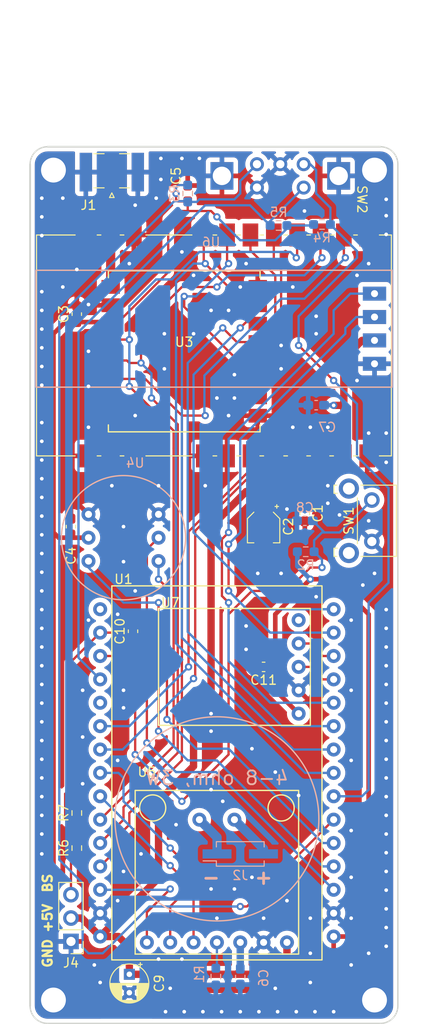
<source format=kicad_pcb>
(kicad_pcb (version 20211014) (generator pcbnew)
  (layers (0 "F.Cu" signal) (31 "B.Cu" signal) (34 "B.Paste" user) (35 "F.Paste" user) (36 "B.SilkS" user "B.Silkscreen") (37 "F.SilkS" user "F.Silkscreen") (38 "B.Mask" user) (39 "F.Mask" user) (44 "Edge.Cuts" user))
  (net 0 "")
  (net 1 "GND")
  (net 2 "RXEN")
  (net 3 "TXEN")
  (net 4 "NRST")
  (net 5 "BUSY")
  (net 6 "DIO1")
  (net 7 "NSS")
  (net 8 "SCK")
  (net 9 "MISO")
  (net 10 "MOSI")
  (net 11 "3v3")
  (net 12 "GPIO13")
  (net 13 "GPIO26")
  (net 14 "GPIO25")
  (net 16 "GPIO34")
  (net 17 "GPIO39")
  (net 18 "GPIO36")
  (net 20 "GPIO15")
  (net 21 "GPIO4")
  (net 22 "GPIO16")
  (net 23 "GPIO17")
  (net 24 "GPIO21")
  (net 25 "GPIO3")
  (net 26 "GPIO1")
  (net 27 "GPIO22")
  (net 33 "5V")
  (net 34 "ANT")
  (net 35 "GPIO2")
  (net 36 "Net-(R1-Pad1)")
  (net 37 "Net-(J4-Pad3)")
  (net 39 "Net-(U5-Pad9)")
  (net 40 "Net-(U5-Pad8)")
  (footprint "Capacitor_SMD:CP_Elec_3x5.3" (layer "F.Cu") (at 99.06 84.455 -90)
    (fp_text reference "C2")
    (fp_text value "100uF")
  )
  (footprint "Capacitor_SMD:C_0603_1608Metric_Pad1.08x0.95mm_HandSolder" (layer "F.Cu") (at 103.545 83.02 -90)
    (fp_text reference "C1")
    (fp_text value "100nF")
  )
  (footprint "RF_Module:Ai-Thinker-Ra-01-LoRa" (layer "F.Cu") (at 90.424 65.405)
    (fp_text reference "U3")
    (fp_text value "RA-01")
  )
  (footprint "Capacitor_SMD:C_0603_1608Metric_Pad1.08x0.95mm_HandSolder" (layer "F.Cu") (at 78.74 61.3675 90)
    (fp_text reference "C3")
    (fp_text value "100nF")
  )
  (footprint "lora_tracker:E22-400M30S" (layer "F.Cu") (at 93.658501 64.77 90)
    (fp_text reference "U2")
    (fp_text value "E22-400M30S" hide)
  )
  (footprint "Capacitor_THT:CP_Radial_D4.0mm_P2.00mm" (layer "F.Cu") (at 84.455 133.094604 -90)
    (fp_text reference "C9")
    (fp_text value "47uF")
  )
  (footprint "Button_Switch_THT:SW_Tactile_SKHH_Angled" (layer "F.Cu") (at 110.835 81.57 -90)
    (fp_text reference "SW1")
    (fp_text value "SW_Push")
  )
  (footprint "lora_tracker:MAX98357A" (layer "F.Cu") (at 93.98 109.3075)
    (fp_text reference "U5")
    (fp_text value "MAX98357A")
  )
  (footprint "Capacitor_SMD:C_0603_1608Metric_Pad1.08x0.95mm_HandSolder" (layer "F.Cu") (at 90.805 48.26 90)
    (fp_text reference "C5")
    (fp_text value "100nF")
  )
  (footprint "lora_tracker:ec11" (layer "F.Cu") (at 109.7675 46.3475 -90)
    (fp_text reference "SW2")
    (fp_text value "EC11")
  )
  (footprint "Capacitor_SMD:C_0603_1608Metric_Pad1.08x0.95mm_HandSolder" (layer "F.Cu") (at 78.105 84.455 90)
    (fp_text reference "C4")
    (fp_text value "100nF")
  )
  (footprint "Capacitor_SMD:C_0603_1608Metric_Pad1.08x0.95mm_HandSolder" (layer "F.Cu") (at 84.855 95.8225 90)
    (fp_text reference "C10")
    (fp_text value "100nF")
  )
  (footprint "Resistor_SMD:R_0603_1608Metric_Pad0.98x0.95mm_HandSolder" (layer "F.Cu") (at 78.74 119.38 90)
    (fp_text reference "R6")
    (fp_text value "10k")
  )
  (footprint "lora_tracker:esp32-devkit-wide_30pin" (layer "F.Cu") (at 96.52 90.8925)
    (fp_text reference "U1")
    (fp_text value "ESP32")
  )
  (footprint "Connector_Wire:SolderWirePad_1x01_SMD_1x2mm" (layer "F.Cu") (at 112.395 71.12)
    (fp_text reference "REF**" hide)
    (fp_text value "SolderWirePad_1x01_SMD_1x2mm" hide)
  )
  (footprint "Connector_PinHeader_2.54mm:PinHeader_1x03_P2.54mm_Vertical" (layer "F.Cu") (at 78.105 129.525 180)
    (fp_text reference "J4")
    (fp_text value "Conn_01x03_Female")
  )
  (footprint "Resistor_SMD:R_0603_1608Metric_Pad0.98x0.95mm_HandSolder" (layer "F.Cu") (at 78.74 115.57 90)
    (fp_text reference "R7")
    (fp_text value "10k")
  )
  (footprint "" (layer "F.Cu") (at 112.395 55.245)
    (fp_text reference "")
    (fp_text value "")
  )
  (footprint "" (layer "F.Cu") (at 74.93 71.12)
    (fp_text reference "")
    (fp_text value "")
  )
  (footprint "Connector_Coaxial:SMA_Samtec_SMA-J-P-X-ST-EM1_EdgeMount" (layer "F.Cu") (at 82.55 45.9375 180)
    (fp_text reference "J1")
    (fp_text value "ANT")
  )
  (footprint "Capacitor_SMD:C_0603_1608Metric_Pad1.08x0.95mm_HandSolder" (layer "F.Cu") (at 99.06 99.695 180)
    (fp_text reference "C11")
    (fp_text value "100nF")
  )
  (footprint "Connector_Wire:SolderWirePad_1x01_SMD_1x2mm" (layer "F.Cu") (at 74.93 55.245)
    (fp_text reference "REF**" hide)
    (fp_text value "SolderWirePad_1x01_SMD_1x2mm" hide)
  )
  (footprint "lora_tracker:ATGM336H" (layer "F.Cu") (at 97.79 89.535)
    (fp_text reference "U7")
    (fp_text value "ATGM336H")
  )
  (footprint "Capacitor_SMD:C_0603_1608Metric_Pad1.08x0.95mm_HandSolder" (layer "B.Cu") (at 96.52 133.35 -90)
    (fp_text reference "C6")
    (fp_text value "100nF")
  )
  (footprint "lora_tracker:SSD1306" (layer "B.Cu") (at 93.345 54.0625 180)
    (fp_text reference "U6")
    (fp_text value "SSD1306")
  )
  (footprint "Resistor_SMD:R_0603_1608Metric_Pad0.98x0.95mm_HandSolder" (layer "B.Cu") (at 93.865 133.35 -90)
    (fp_text reference "R1")
    (fp_text value "100k")
  )
  (footprint "Resistor_SMD:R_0603_1608Metric_Pad0.98x0.95mm_HandSolder" (layer "B.Cu") (at 103.6425 87.185)
    (fp_text reference "R2")
    (fp_text value "1k")
  )
  (footprint "Capacitor_SMD:C_0603_1608Metric_Pad1.08x0.95mm_HandSolder" (layer "B.Cu") (at 104.775 71.26 180)
    (fp_text reference "C7")
    (fp_text value "100nF")
  )
  (footprint "lora_tracker:inp441" (layer "B.Cu") (at 85.09 78.038423 180)
    (fp_text reference "U4")
    (fp_text value "INP441")
  )
  (footprint "Capacitor_SMD:C_0603_1608Metric_Pad1.08x0.95mm_HandSolder" (layer "B.Cu") (at 103.548767 83.82 180)
    (fp_text reference "C8")
    (fp_text value "0.1uF")
  )
  (footprint "Connector_PinHeader_2.54mm:PinHeader_2x01_P2.54mm_Vertical_SMD" (layer "B.Cu") (at 96.52 120.015)
    (fp_text reference "J2")
    (fp_text value "Conn_01x02")
  )
  (footprint "Resistor_SMD:R_0603_1608Metric_Pad0.98x0.95mm_HandSolder" (layer "B.Cu") (at 100.6875 51.735 180)
    (fp_text reference "R5")
    (fp_text value "10k")
  )
  (footprint "Resistor_SMD:R_0603_1608Metric_Pad0.98x0.95mm_HandSolder" (layer "B.Cu") (at 105.41 51.625)
    (fp_text reference "R4")
    (fp_text value "10k")
  )
  (footprint "Resistor_SMD:R_0603_1608Metric_Pad0.98x0.95mm_HandSolder" (layer "B.Cu") (at 90.805 48.26 -90)
    (fp_text reference "R3")
    (fp_text value "10k")
  )
  (gr_circle (center 93.98 116.205) (end 104.775 113.665) (layer "B.SilkS") (width 0.15) (fill none))
  (gr_line (start 73.66 136.525) (end 73.66 45.085) (layer "Edge.Cuts") (width 0.2))
  (gr_arc (start 75.565 138.43) (mid 74.217962 137.872038) (end 73.66 136.525) (layer "Edge.Cuts") (width 0.15))
  (gr_line (start 75.565 43.18) (end 111.76 43.18) (layer "Edge.Cuts") (width 0.2))
  (gr_arc (start 113.665 136.525) (mid 113.107038 137.872038) (end 111.76 138.43) (layer "Edge.Cuts") (width 0.15))
  (gr_arc (start 73.66 45.085) (mid 74.217962 43.737962) (end 75.565 43.18) (layer "Edge.Cuts") (width 0.15))
  (gr_line (start 113.665 45.085) (end 113.665 136.525) (layer "Edge.Cuts") (width 0.15))
  (gr_arc (start 111.76 43.18) (mid 113.107038 43.737962) (end 113.665 45.085) (layer "Edge.Cuts") (width 0.15))
  (gr_line (start 111.76 138.43) (end 75.565 138.43) (layer "Edge.Cuts") (width 0.15))
  (gr_text "+" (at 99.06 122.555) (layer "B.SilkS") (effects (font (size 1.5 1.5) (thickness 0.3)) (justify mirror)))
  (gr_text "-" (at 93.345 122.555) (layer "B.SilkS") (effects (font (size 1.5 1.5) (thickness 0.3)) (justify mirror)))
  (gr_text "4-8 ohm, 3W" (at 93.98 111.76) (layer "B.SilkS") (effects (font (size 1.5 1.5) (thickness 0.2)) (justify mirror)))
  (gr_text "+5V" (at 75.565 127 90) (layer "F.SilkS") (effects (font (size 1 1) (thickness 0.25))))
  (gr_text "BS" (at 75.565 123.19 90) (layer "F.SilkS") (effects (font (size 1 1) (thickness 0.25))))
  (gr_text "GND" (at 75.565 130.81 90) (layer "F.SilkS") (effects (font (size 1 1) (thickness 0.25))))
  (segment (start 94.2575 46.1325) (end 94.2575 46.0775) (width 0.25) (layer "F.Cu") (net 1))
  (via (at 97.155 97.79) (size 0.8) (drill 0.4) (layers "F.Cu" "B.Cu") (net 1))
  (via (at 96.52 137.16) (size 0.8) (drill 0.4) (layers "F.Cu" "B.Cu") (net 1))
  (via (at 95.885 70.485) (size 0.8) (drill 0.4) (layers "F.Cu" "B.Cu") (net 1))
  (via (at 112.395 50.673) (size 0.8) (drill 0.4) (layers "F.Cu" "B.Cu") (net 1))
  (via (at 74.93 77.216) (size 0.8) (drill 0.4) (layers "F.Cu" "B.Cu") (net 1))
  (via (at 93.345 60.96) (size 0.8) (drill 0.4) (layers "F.Cu" "B.Cu") (net 1))
  (via (at 90.17 44.45) (size 0.8) (drill 0.4) (layers "F.Cu" "B.Cu") (net 1))
  (via (at 93.345 123.825) (size 0.8) (drill 0.4) (layers "F.Cu" "B.Cu") (net 1))
  (via (at 74.93 120.015) (size 0.8) (drill 0.4) (layers "F.Cu" "B.Cu") (net 1))
  (via (at 111.125 135.89) (size 4) (drill 2.7) (layers "F.Cu" "B.Cu") (net 1))
  (via (at 88.265 63.5) (size 0.8) (drill 0.4) (layers "F.Cu" "B.Cu") (net 1))
  (via (at 74.93 81.28) (size 0.8) (drill 0.4) (layers "F.Cu" "B.Cu") (net 1))
  (via (at 91.44 63.5) (size 0.8) (drill 0.4) (layers "F.Cu" "B.Cu") (net 1))
  (via (at 112.395 77.47) (size 0.8) (drill 0.4) (layers "F.Cu" "B.Cu") (net 1))
  (via (at 103.505 50.165) (size 0.8) (drill 0.4) (layers "F.Cu" "B.Cu") (net 1))
  (via (at 104.775 63.5) (size 0.8) (drill 0.4) (layers "F.Cu" "B.Cu") (net 1))
  (via (at 98.425 89.535) (size 0.8) (drill 0.4) (layers "F.Cu" "B.Cu") (net 1))
  (via (at 93.98 70.485) (size 0.8) (drill 0.4) (layers "F.Cu" "B.Cu") (net 1))
  (via (at 80.01 60.325) (size 0.8) (drill 0.4) (layers "F.Cu" "B.Cu") (net 1))
  (via (at 80.01 73.66) (size 0.8) (drill 0.4) (layers "F.Cu" "B.Cu") (net 1))
  (via (at 74.93 73.152) (size 0.8) (drill 0.4) (layers "F.Cu" "B.Cu") (net 1))
  (via (at 74.93 97.536) (size 0.8) (drill 0.4) (layers "F.Cu" "B.Cu") (net 1))
  (via (at 112.395 109.728) (size 0.8) (drill 0.4) (layers "F.Cu" "B.Cu") (net 1))
  (via (at 112.395 123.952) (size 0.8) (drill 0.4) (layers "F.Cu" "B.Cu") (net 1))
  (via (at 88.265 67.31) (size 0.8) (drill 0.4) (layers "F.Cu" "B.Cu") (net 1))
  (via (at 100.965 67.31) (size 0.8) (drill 0.4) (layers "F.Cu" "B.Cu") (net 1))
  (via (at 108.585 94.615) (size 0.8) (drill 0.4) (layers "F.Cu" "B.Cu") (net 1))
  (via (at 112.395 111.76) (size 0.8) (drill 0.4) (layers "F.Cu" "B.Cu") (net 1))
  (via (at 74.93 85.344) (size 0.8) (drill 0.4) (layers "F.Cu" "B.Cu") (net 1))
  (via (at 74.93 91.44) (size 0.8) (drill 0.4) (layers "F.Cu" "B.Cu") (net 1))
  (via (at 97.155 55.88) (size 0.8) (drill 0.4) (layers "F.Cu" "B.Cu") (net 1))
  (via (at 74.93 65.024) (size 0.8) (drill 0.4) (layers "F.Cu" "B.Cu") (net 1))
  (via (at 74.93 103.632) (size 0.8) (drill 0.4) (layers "F.Cu" "B.Cu") (net 1))
  (via (at 83.185 93.98) (size 0.8) (drill 0.4) (layers "F.Cu" "B.Cu") (net 1))
  (via (at 97.155 95.25) (size 0.8) (drill 0.4) (layers "F.Cu" "B.Cu") (net 1))
  (via (at 74.93 111.76) (size 0.8) (drill 0.4) (layers "F.Cu" "B.Cu") (net 1))
  (via (at 74.93 109.728) (size 0.8) (drill 0.4) (layers "F.Cu" "B.Cu") (net 1))
  (via (at 104.14 130.81) (size 0.8) (drill 0.4) (layers "F.Cu" "B.Cu") (net 1))
  (via (at 101.6 125.095) (size 0.8) (drill 0.4) (layers "F.Cu" "B.Cu") (net 1))
  (via (at 108.585 109.855) (size 0.8) (drill 0.4) (layers "F.Cu" "B.Cu") (net 1))
  (via (at 82.55 80.01) (size 0.8) (drill 0.4) (layers "F.Cu" "B.Cu") (net 1))
  (via (at 83.185 125.095) (size 0.8) (drill 0.4) (layers "F.Cu" "B.Cu") (net 1))
  (via (at 112.395 48.895) (size 0.8) (drill 0.4) (layers "F.Cu" "B.Cu") (net 1))
  (via (at 80.01 69.215) (size 0.8) (drill 0.4) (layers "F.Cu" "B.Cu") (net 1))
  (via (at 87.884 46.736) (size 0.8) (drill 0.4) (layers "F.Cu" "B.Cu") (net 1))
  (via (at 77.216 58.42) (size 0.8) (drill 0.4) (layers "F.Cu" "B.Cu") (net 1))
  (via (at 88.392 137.16) (size 0.8) (drill 0.4) (layers "F.Cu" "B.Cu") (net 1))
  (via (at 106.68 137.16) (size 0.8) (drill 0.4) (layers "F.Cu" "B.Cu") (net 1))
  (via (at 93.98 127) (size 0.8) (drill 0.4) (layers "F.Cu" "B.Cu") (net 1))
  (via (at 112.395 103.632) (size 0.8) (drill 0.4) (layers "F.Cu" "B.Cu") (net 1))
  (via (at 89.535 116.84) (size 0.8) (drill 0.4) (layers "F.Cu" "B.Cu") (net 1))
  (via (at 76.2 135.89) (size 4) (drill 2.7) (layers "F.Cu" "B.Cu") (net 1))
  (via (at 94.488 137.16) (size 0.8) (drill 0.4) (layers "F.Cu" "B.Cu") (net 1))
  (via (at 102.235 73.66) (size 0.8) (drill 0.4) (layers "F.Cu" "B.Cu") (net 1))
  (via (at 100.965 89.535) (size 0.8) (drill 0.4) (layers "F.Cu" "B.Cu") (net 1))
  (via (at 85.09 72.39) (size 0.8) (drill 0.4) (layers "F.Cu" "B.Cu") (net 1))
  (via (at 104.14 127) (size 0.8) (drill 0.4) (layers "F.Cu" "B.Cu") (net 1))
  (via (at 74.93 113.792) (size 0.8) (drill 0.4) (layers "F.Cu" "B.Cu") (net 1))
  (via (at 74.93 50.8) (size 0.8) (drill 0.4) (layers "F.Cu" "B.Cu") (net 1))
  (via (at 77.216 48.768) (size 0.8) (drill 0.4) (layers "F.Cu" "B.Cu") (net 1))
  (via (at 87.884 44.45) (size 0.8) (drill 0.4) (layers "F.Cu" "B.Cu") (net 1))
  (via (at 112.395 130.048) (size 0.8) (drill 0.4) (layers "F.Cu" "B.Cu") (net 1))
  (via (at 110.49 55.88) (size 0.8) (drill 0.4) (layers "F.Cu" "B.Cu") (net 1))
  (via (at 90.17 131.445) (size 0.8) (drill 0.4) (layers "F.Cu" "B.Cu") (net 1))
  (via (at 112.395 119.888) (size 0.8) (drill 0.4) (layers "F.Cu" "B.Cu") (net 1))
  (via (at 80.01 94.615) (size 0.8) (drill 0.4) (layers "F.Cu" "B.Cu") (net 1))
  (via (at 106.045 81.915) (size 0.8) (drill 0.4) (layers "F.Cu" "B.Cu") (net 1))
  (via (at 74.93 101.6) (size 0.8) (drill 0.4) (layers "F.Cu" "B.Cu") (net 1))
  (via (at 98.552 137.16) (size 0.8) (drill 0.4) (layers "F.Cu" "B.Cu") (net 1))
  (via (at 74.93 115.824) (size 0.8) (drill 0.4) (layers "F.Cu" "B.Cu") (net 1))
  (via (at 81.28 133.985) (size 0.8) (drill 0.4) (layers "F.Cu" "B.Cu") (net 1))
  (via (at 76.2 45.72) (size 4) (drill 2.7) (layers "F.Cu" "B.Cu") (net 1))
  (via (at 102.235 58.42) (size 0.8) (drill 0.4) (layers "F.Cu" "B.Cu") (net 1))
  (via (at 110.49 130.81) (size 0.8) (drill 0.4) (layers "F.Cu" "B.Cu") (net 1))
  (via (at 104.648 137.16) (size 0.8) (drill 0.4) (layers "F.Cu" "B.Cu") (net 1))
  (via (at 74.93 105.664) (size 0.8) (drill 0.4) (layers "F.Cu" "B.Cu") (net 1))
  (via (at 74.93 58.928) (size 0.8) (drill 0.4) (layers "F.Cu" "B.Cu") (net 1))
  (via (at 83.185 109.855) (size 0.8) (drill 0.4) (layers "F.Cu" "B.Cu") (net 1))
  (via (at 88.9 134.62) (size 0.8) (drill 0.4) (layers "F.Cu" "B.Cu") (net 1))
  (via (at 74.93 89.408) (size 0.8) (drill 0.4) (layers "F.Cu" "B.Cu") (net 1))
  (via (at 90.424 137.16) (size 0.8) (drill 0.4) (layers "F.Cu" "B.Cu") (net 1))
  (via (at 85.09 91.44) (size 0.8) (drill 0.4) (layers "F.Cu" "B.Cu") (net 1))
  (via (at 112.395 74.295) (size 0.8) (drill 0.4) (layers "F.Cu" "B.Cu") (net 1))
  (via (at 83.82 121.92) (size 0.8) (drill 0.4) (layers "F.Cu" "B.Cu") (net 1))
  (via (at 100.584 137.16) (size 0.8) (drill 0.4) (layers "F.Cu" "B.Cu") (net 1))
  (via (at 112.395 107.696) (size 0.8) (drill 0.4) (layers "F.Cu" "B.Cu") (net 1))
  (via (at 104.14 73.66) (size 0.8) (drill 0.4) (layers "F.Cu" "B.Cu") (net 1))
  (via (at 95.885 123.825) (size 0.8) (drill 0.4) (layers "F.Cu" "B.Cu") (net 1))
  (via (at 101.6 82.55) (size 0.8) (drill 0.4) (layers "F.Cu" "B.Cu") (net 1))
  (via (at 95.25 60.96) (size 0.8) (drill 0.4) (layers "F.Cu" "B.Cu") (net 1))
  (via (at 78.74 56.515) (size 0.8) (drill 0.4) (layers "F.Cu" "B.Cu") (net 1))
  (via (at 109.22 68.58) (size 0.8) (drill 0.4) (layers "F.Cu" "B.Cu") (net 1))
  (via (at 93.345 113.03) (size 0.8) (drill 0.4) (layers "F.Cu" "B.Cu") (net 1))
  (via (at 74.93 67.056) (size 0.8) (drill 0.4) (layers "F.Cu" "B.Cu") (net 1))
  (via (at 112.395 97.536) (size 0.8) (drill 0.4) (layers "F.Cu" "B.Cu") (net 1))
  (via (at 108.585 132.08) (size 0.8) (drill 0.4) (layers "F.Cu" "B.Cu") (net 1))
  (via (at 108.585 102.235) (size 0.8) (drill 0.4) (layers "F.Cu" "B.Cu") (net 1))
  (via (at 110.49 83.82) (size 0.8) (drill 0.4) (layers "F.Cu" "B.Cu") (net 1))
  (via (at 74.93 52.832) (size 0.8) (drill 0.4) (layers "F.Cu" "B.Cu") (net 1))
  (via (at 85.725 120.015) (size 0.8) (drill 0.4) (layers "F.Cu" "B.Cu") (net 1))
  (via (at 112.395 128.016) (size 0.8) (drill 0.4) (layers "F.Cu" "B.Cu") (net 1))
  (via (at 111.125 45.72) (size 4) (drill 2.7) (layers "F.Cu" "B.Cu") (net 1))
  (via (at 74.93 79.248) (size 0.8) (drill 0.4) (layers "F.Cu" "B.Cu") (net 1))
  (via (at 74.93 107.696) (size 0.8) (drill 0.4) (layers "F.Cu" "B.Cu") (net 1))
  (via (at 112.395 121.92) (size 0.8) (drill 0.4) (layers "F.Cu" "B.Cu") (net 1))
  (via (at 108.585 127) (size 0.8) (drill 0.4) (layers "F.Cu" "B.Cu") (net 1))
  (via (at 83.82 102.235) (size 0.8) (drill 0.4) (layers "F.Cu" "B.Cu") (net 1))
  (via (at 104.775 61.595) (size 0.8) (drill 0.4) (layers "F.Cu" "B.Cu") (net 1))
  (via (at 104.14 133.985) (size 0.8) (drill 0.4) (layers "F.Cu" "B.Cu") (net 1))
  (via (at 79.375 102.235) (size 0.8) (drill 0.4) (layers "F.Cu" "B.Cu") (net 1))
  (via (at 102.616 137.16) (size 0.8) (drill 0.4) (layers "F.Cu" "B.Cu") (net 1))
  (via (at 106.045 73.66) (size 0.8) (drill 0.4) (layers "F.Cu" "B.Cu") (net 1))
  (via (at 74.93 75.184) (size 0.8) (drill 0.4) (layers "F.Cu" "B.Cu") (net 1))
  (via (at 112.395 52.705) (size 0.8) (drill 0.4) (layers "F.Cu" "B.Cu") (net 1))
  (via (at 83.82 84.455) (size 0.8) (drill 0.4) (layers "F.Cu" "B.Cu") (net 1))
  (via (at 112.395 113.792) (size 0.8) (drill 0.4) (layers "F.Cu" "B.Cu") (net 1))
  (via (at 102.87 113.665) (size 0.8) (drill 0.4) (layers "F.Cu" "B.Cu") (net 1))
  (via (at 74.93 62.992) (size 0.8) (drill 0.4) (layers "F.Cu" "B.Cu") (net 1))
  (via (at 112.395 99.568) (size 0.8) (drill 0.4) (layers "F.Cu" "B.Cu") (net 1))
  (via (at 97.79 108.585) (size 0.8) (drill 0.4) (layers "F.Cu" "B.Cu") (net 1))
  (via (at 74.93 48.768) (size 0.8) (drill 0.4) (layers "F.Cu" "B.Cu") (net 1))
  (via (at 91.44 57.15) (size 0.8) (drill 0.4) (layers "F.Cu" "B.Cu") (net 1))
  (via (at 87.63 80.01) (size 0.8) (drill 0.4) (layers "F.Cu" "B.Cu") (net 1))
  (via (at 92.075 44.45) (size 0.8) (drill 0.4) (layers "F.Cu" "B.Cu") (net 1))
  (via (at 107.315 83.185) (size 0.8) (drill 0.4) (layers "F.Cu" "B.Cu") (net 1))
  (via (at 84.455 55.88) (size 0.8) (drill 0.4) (layers "F.Cu" "B.Cu") (net 1))
  (via (at 74.93 117.856) (size 0.8) (drill 0.4) (layers "F.Cu" "B.Cu") (net 1))
  (via (at 112.395 115.824) (size 0.8) (drill 0.4) (layers "F.Cu" "B.Cu") (net 1))
  (via (at 92.71 80.01) (size 0.8) (drill 0.4) (layers "F.Cu" "B.Cu") (net 1))
  (via (at 74.93 87.376) (size 0.8) (drill 0.4) (layers "F.Cu" "B.Cu") (net 1))
  (via (at 92.456 137.16) (size 0.8) (drill 0.4) (layers "F.Cu" "B.Cu") (net 1))
  (via (at 109.855 90.805) (size 0.8) (drill 0.4) (layers "F.Cu" "B.Cu") (net 1))
  (via (at 112.395 105.664) (size 0.8) (drill 0.4) (layers "F.Cu" "B.Cu") (net 1))
  (via (at 112.395 101.6) (size 0.8) (drill 0.4) (layers "F.Cu" "B.Cu") (net 1))
  (via (at 112.395 125.984) (size 0.8) (drill 0.4) (layers "F.Cu" "B.Cu") (net 1))
  (via (at 96.52 58.42) (size 0.8) (drill 0.4) (layers "F.Cu" "B.Cu") (net 1))
  (via (at 100.33 134.62) (size 0.8) (drill 0.4) (layers "F.Cu" "B.Cu") (net 1))
  (via (at 74.93 60.96) (size 0.8) (drill 0.4) (layers "F.Cu" "B.Cu") (net 1))
  (via (at 79.375 107.315) (size 0.8) (drill 0.4) (layers "F.Cu" "B.Cu") (net 1))
  (via (at 74.93 69.088) (size 0.8) (drill 0.4) (layers "F.Cu" "B.Cu") (net 1))
  (via (at 100.33 111.125) (size 0.8) (drill 0.4) (layers "F.Cu" "B.Cu") (net 1))
  (via (at 100.965 64.77) (size 0.8) (drill 0.4) (layers "F.Cu" "B.Cu") (net 1))
  (via (at 79.375 112.395) (size 0.8) (drill 0.4) (layers "F.Cu" "B.Cu") (net 1))
  (via (at 83.82 88.265) (size 0.8) (drill 0.4) (layers "F.Cu" "B.Cu") (net 1))
  (via (at 95.25 72.39) (size 0.8) (drill 0.4) (layers "F.Cu" "B.Cu") (net 1))
  (via (at 74.93 95.504) (size 0.8) (drill 0.4) (layers "F.Cu" "B.Cu") (net 1))
  (via (at 74.93 93.472) (size 0.8) (drill 0.4) (layers "F.Cu" "B.Cu") (net 1))
  (via (at 99.06 127) (size 0.8) (drill 0.4) (layers "F.Cu" "B.Cu") (net 1))
  (via (at 112.395 117.856) (size 0.8) (drill 0.4) (layers "F.Cu" "B.Cu") (net 1))
  (via (at 97.79 122.555) (size 0.8) (drill 0.4) (layers "F.Cu" "B.Cu") (net 1))
  (via (at 74.93 99.568) (size 0.8) (drill 0.4) (layers "F.Cu" "B.Cu") (net 1))
  (via (at 106.045 80.01) (size 0.8) (drill 0.4) (layers "F.Cu" "B.Cu") (net 1))
  (via (at 112.395 95.504) (size 0.8) (drill 0.4) (layers "F.Cu" "B.Cu") (net 1))
  (via (at 93.345 104.775) (size 0.8) (drill 0.4) (layers "F.Cu" "B.Cu") (net 1))
  (via (at 109.22 57.15) (size 0.8) (drill 0.4) (layers "F.Cu" "B.Cu") (net 1))
  (via (at 112.395 93.472) (size 0.8) (drill 0.4) (layers "F.Cu" "B.Cu") (net 1))
  (via (at 83.82 104.14) (size 0.8) (drill 0.4) (layers "F.Cu" "B.Cu") (net 1))
  (via (at 85.09 49.53) (size 0.8) (drill 0.4) (layers "F.Cu" "B.Cu") (net 1))
  (via (at 95.885 67.945) (size 0.8) (drill 0.4) (layers "F.Cu" "B.Cu") (net 1))
  (via (at 110.49 74.295) (size 0.8) (drill 0.4) (layers "F.Cu" "B.Cu") (net 1))
  (via (at 94.615 114.3) (size 0.8) (drill 0.4) (layers "F.Cu" "B.Cu") (net 1))
  (via (at 108.585 117.475) (size 0.8) (drill 0.4) (layers "F.Cu" "B.Cu") (net 1))
  (via (at 87.63 131.445) (size 0.8) (drill 0.4) (layers "F.Cu" "B.Cu") (net 1))
  (via (at 108.585 122.555) (size 0.8) (drill 0.4) (layers "F.Cu" "B.Cu") (net 1))
  (via (at 80.645 132.08) (size 0.8) (drill 0.4) (layers "F.Cu" "B.Cu") (net 1))
  (via (at 90.17 54.61) (size 0.8) (drill 0.4) (layers "F.Cu" "B.Cu") (net 1))
  (via (at 87.376 48.768) (size 0.8) (drill 0.4) (layers "F.Cu" "B.Cu") (net 1))
  (via (at 93.345 106.68) (size 0.8) (drill 0.4) (layers "F.Cu" "B.Cu") (net 1))
  (via (at 80.01 65.405) (size 0.8) (drill 0.4) (layers "F.Cu" "B.Cu") (net 1))
  (via (at 74.93 83.312) (size 0.8) (drill 0.4) (layers "F.Cu" "B.Cu") (net 1))
  (via (at 111.125 89.535) (size 0.8) (drill 0.4) (layers "F.Cu" "B.Cu") (net 1))
  (via (at 104.775 92.075) (size 0.8) (drill 0.4) (layers "F.Cu" "B.Cu") (net 1))
  (segment (start 97.628501 78.265103) (end 97.628501 76.77) (width 0.25) (layer "F.Cu") (net 2))
  (segment (start 90.895 84.998604) (end 97.628501 78.265103) (width 0.25) (layer "F.Cu") (net 2))
  (segment (start 90.895 99.695) (end 90.895 84.998604) (width 0.25) (layer "F.Cu") (net 2))
  (via (at 90.895 99.695) (size 0.8) (drill 0.4) (layers "F.Cu" "B.Cu") (net 2))
  (segment (start 81.28 106.1325) (end 84.4575 106.1325) (width 0.25) (layer "B.Cu") (net 2))
  (segment (start 84.4575 106.1325) (end 90.895 99.695) (width 0.25) (layer "B.Cu") (net 2))
  (segment (start 100.168501 78.266499) (end 100.168501 76.77) (width 0.25) (layer "F.Cu") (net 3))
  (segment (start 91.44 100.965) (end 91.62 100.785) (width 0.25) (layer "F.Cu") (net 3))
  (segment (start 91.62 84.91) (end 97.155 79.375) (width 0.25) (layer "F.Cu") (net 3))
  (segment (start 99.06 79.375) (end 100.168501 78.266499) (width 0.25) (layer "F.Cu") (net 3))
  (segment (start 97.155 79.375) (end 99.06 79.375) (width 0.25) (layer "F.Cu") (net 3))
  (segment (start 91.62 100.785) (end 91.62 84.91) (width 0.25) (layer "F.Cu") (net 3))
  (via (at 91.44 100.965) (size 0.8) (drill 0.4) (layers "F.Cu" "B.Cu") (net 3))
  (segment (start 81.28 108.6725) (end 83.7325 108.6725) (width 0.25) (layer "B.Cu") (net 3))
  (segment (start 83.7325 108.6725) (end 91.44 100.965) (width 0.25) (layer "B.Cu") (net 3))
  (segment (start 89.26998 75.93498) (end 89.26998 74.02998) (width 0.25) (layer "F.Cu") (net 4))
  (segment (start 84.455 64.135) (end 82.694 64.135) (width 0.25) (layer "F.Cu") (net 4))
  (segment (start 89.26998 74.02998) (end 84.455 69.215) (width 0.25) (layer "F.Cu") (net 4))
  (segment (start 102.616 55.245) (end 102.708501 55.152499) (width 0.25) (layer "F.Cu") (net 4))
  (segment (start 81.28 116.2925) (end 89.26998 108.30252) (width 0.25) (layer "F.Cu") (net 4))
  (segment (start 89.26998 108.30252) (end 89.26998 75.93498) (width 0.25) (layer "F.Cu") (net 4))
  (segment (start 82.694 64.135) (end 82.424 64.405) (width 0.25) (layer "F.Cu") (net 4))
  (segment (start 102.708501 55.152499) (end 102.708501 52.77) (width 0.25) (layer "F.Cu") (net 4))
  (via (at 102.616 55.245) (size 0.8) (drill 0.4) (layers "F.Cu" "B.Cu") (net 4))
  (via (at 84.455 64.135) (size 0.8) (drill 0.4) (layers "F.Cu" "B.Cu") (net 4))
  (via (at 84.455 69.215) (size 0.8) (drill 0.4) (layers "F.Cu" "B.Cu") (net 4))
  (segment (start 84.455 69.215) (end 84.455 64.135) (width 0.25) (layer "B.Cu") (net 4))
  (segment (start 92.073604 54.61) (end 101.981 54.61) (width 0.25) (layer "B.Cu") (net 4))
  (segment (start 101.981 54.61) (end 102.616 55.245) (width 0.25) (layer "B.Cu") (net 4))
  (segment (start 89.085 57.598604) (end 92.073604 54.61) (width 0.25) (layer "B.Cu") (net 4))
  (segment (start 87.361396 57.598604) (end 89.085 57.598604) (width 0.25) (layer "B.Cu") (net 4))
  (segment (start 84.455 64.135) (end 84.455 60.505) (width 0.25) (layer "B.Cu") (net 4))
  (segment (start 84.455 60.505) (end 87.361396 57.598604) (width 0.25) (layer "B.Cu") (net 4))
  (segment (start 84.455 66.675) (end 85.725 66.675) (width 0.25) (layer "F.Cu") (net 5))
  (segment (start 84.185 66.405) (end 84.455 66.675) (width 0.25) (layer "F.Cu") (net 5))
  (segment (start 85.725 66.675) (end 85.725 62.865) (width 0.25) (layer "F.Cu") (net 5))
  (segment (start 83.82 116.2925) (end 83.82 114.935) (width 0.25) (layer "F.Cu") (net 5))
  (segment (start 105.248501 55.083501) (end 105.248501 52.77) (width 0.25) (layer "F.Cu") (net 5))
  (segment (start 85.725 62.865) (end 90.17 58.42) (width 0.25) (layer "F.Cu") (net 5))
  (segment (start 90.17 58.42) (end 93.98 58.42) (width 0.25) (layer "F.Cu") (net 5))
  (segment (start 105.41 55.245) (end 105.248501 55.083501) (width 0.25) (layer "F.Cu") (net 5))
  (segment (start 81.28 118.8325) (end 83.82 116.2925) (width 0.25) (layer "F.Cu") (net 5))
  (segment (start 89.71999 109.03501) (end 89.71999 73.341643) (width 0.25) (layer "F.Cu") (net 5))
  (segment (start 89.71999 73.341643) (end 86.863347 70.485) (width 0.25) (layer "F.Cu") (net 5))
  (segment (start 82.424 66.405) (end 84.185 66.405) (width 0.25) (layer "F.Cu") (net 5))
  (segment (start 83.82 114.935) (end 89.71999 109.03501) (width 0.25) (layer "F.Cu") (net 5))
  (via (at 93.98 58.42) (size 0.8) (drill 0.4) (layers "F.Cu" "B.Cu") (net 5))
  (via (at 85.725 66.675) (size 0.8) (drill 0.4) (layers "F.Cu" "B.Cu") (net 5))
  (via (at 86.863347 70.485) (size 0.8) (drill 0.4) (layers "F.Cu" "B.Cu") (net 5))
  (via (at 105.41 55.245) (size 0.8) (drill 0.4) (layers "F.Cu" "B.Cu") (net 5))
  (segment (start 86.863347 70.485) (end 86.863347 67.813347) (width 0.25) (layer "B.Cu") (net 5))
  (segment (start 103.505 57.15) (end 105.41 55.245) (width 0.25) (layer "B.Cu") (net 5))
  (segment (start 86.863347 67.813347) (end 85.725 66.675) (width 0.25) (layer "B.Cu") (net 5))
  (segment (start 93.98 58.42) (end 95.25 57.15) (width 0.25) (layer "B.Cu") (net 5))
  (segment (start 95.25 57.15) (end 103.505 57.15) (width 0.25) (layer "B.Cu") (net 5))
  (segment (start 90.17 109.855) (end 90.17 72.39) (width 0.25) (layer "F.Cu") (net 6))
  (segment (start 107.95 55.245) (end 107.788501 55.083501) (width 0.25) (layer "F.Cu") (net 6))
  (segment (start 84.455 115.57) (end 90.17 109.855) (width 0.25) (layer "F.Cu") (net 6))
  (segment (start 83.82 118.8325) (end 83.82 117.475) (width 0.25) (layer "F.Cu") (net 6))
  (segment (start 84.455 116.84) (end 84.455 115.57) (width 0.25) (layer "F.Cu") (net 6))
  (segment (start 81.28 121.3725) (end 83.82 118.8325) (width 0.25) (layer "F.Cu") (net 6))
  (segment (start 90.17 72.39) (end 92.71 72.39) (width 0.25) (layer "F.Cu") (net 6))
  (segment (start 107.788501 55.083501) (end 107.788501 52.77) (width 0.25) (layer "F.Cu") (net 6))
  (segment (start 86.185 68.405) (end 82.424 68.405) (width 0.25) (layer "F.Cu") (net 6))
  (segment (start 83.82 117.475) (end 84.455 116.84) (width 0.25) (layer "F.Cu") (net 6))
  (segment (start 90.17 72.39) (end 86.185 68.405) (width 0.25) (layer "F.Cu") (net 6))
  (via (at 92.71 72.39) (size 0.8) (drill 0.4) (layers "F.Cu" "B.Cu") (net 6))
  (via (at 107.95 55.245) (size 0.8) (drill 0.4) (layers "F.Cu" "B.Cu") (net 6))
  (segment (start 92.71 72.39) (end 92.62 72.3) (width 0.25) (layer "B.Cu") (net 6))
  (segment (start 92.62 72.3) (end 92.62 68.035) (width 0.25) (layer "B.Cu") (net 6))
  (segment (start 100.965 59.69) (end 103.505 59.69) (width 0.25) (layer "B.Cu") (net 6))
  (segment (start 103.505 59.69) (end 107.95 55.245) (width 0.25) (layer "B.Cu") (net 6))
  (segment (start 92.62 68.035) (end 100.965 59.69) (width 0.25) (layer "B.Cu") (net 6))
  (segment (start 97.235 60.405) (end 98.424 60.405) (width 0.25) (layer "F.Cu") (net 7))
  (segment (start 92.71 55.88) (end 92.548501 55.718501) (width 0.25) (layer "F.Cu") (net 7))
  (segment (start 92.548501 55.718501) (end 92.548501 52.77) (width 0.25) (layer "F.Cu") (net 7))
  (segment (start 92.71 55.88) (end 97.235 60.405) (width 0.25) (layer "F.Cu") (net 7))
  (via (at 92.71 55.88) (size 0.8) (drill 0.4) (layers "F.Cu" "B.Cu") (net 7))
  (segment (start 89.535 97.155) (end 103.5925 111.2125) (width 0.25) (layer "B.Cu") (net 7))
  (segment (start 91.44 55.88) (end 92.71 55.88) (width 0.25) (layer "B.Cu") (net 7))
  (segment (start 89.535 57.785) (end 89.535 97.155) (width 0.25) (layer "B.Cu") (net 7))
  (segment (start 89.535 57.785) (end 91.44 55.88) (width 0.25) (layer "B.Cu") (net 7))
  (segment (start 103.5925 111.2125) (end 106.68 111.2125) (width 0.25) (layer "B.Cu") (net 7))
  (segment (start 95.088501 55.718501) (end 95.088501 52.77) (width 0.25) (layer "F.Cu") (net 8))
  (segment (start 90.424 59.436) (end 90.424 60.579) (width 0.25) (layer "F.Cu") (net 8))
  (segment (start 95.25 55.88) (end 95.088501 55.718501) (width 0.25) (layer "F.Cu") (net 8))
  (segment (start 96.25 66.405) (end 98.424 66.405) (width 0.25) (layer "F.Cu") (net 8))
  (segment (start 90.424 60.579) (end 96.25 66.405) (width 0.25) (layer "F.Cu") (net 8))
  (via (at 90.424 59.436) (size 0.8) (drill 0.4) (layers "F.Cu" "B.Cu") (net 8))
  (via (at 95.25 55.88) (size 0.8) (drill 0.4) (layers "F.Cu" "B.Cu") (net 8))
  (segment (start 90.424 59.436) (end 90.17 59.69) (width 0.25) (layer "B.Cu") (net 8))
  (segment (start 91.694 59.436) (end 95.25 55.88) (width 0.25) (layer "B.Cu") (net 8))
  (segment (start 90.17 96.52) (end 102.3225 108.6725) (width 0.25) (layer "B.Cu") (net 8))
  (segment (start 102.3225 108.6725) (end 106.68 108.6725) (width 0.25) (layer "B.Cu") (net 8))
  (segment (start 90.424 59.436) (end 91.694 59.436) (width 0.25) (layer "B.Cu") (net 8))
  (segment (start 90.17 59.69) (end 90.17 96.52) (width 0.25) (layer "B.Cu") (net 8))
  (segment (start 96.155 64.405) (end 98.424 64.405) (width 0.25) (layer "F.Cu") (net 9))
  (segment (start 98.424 64.405) (end 98.79 64.405) (width 0.25) (layer "F.Cu") (net 9))
  (segment (start 94.615 62.865) (end 96.155 64.405) (width 0.25) (layer "F.Cu") (net 9))
  (segment (start 100.965 62.23) (end 100.965 56.515) (width 0.25) (layer "F.Cu") (net 9))
  (segment (start 100.965 56.515) (end 100.168501 55.718501) (width 0.25) (layer "F.Cu") (net 9))
  (segment (start 100.168501 55.718501) (end 100.168501 52.77) (width 0.25) (layer "F.Cu") (net 9))
  (segment (start 98.79 64.405) (end 100.965 62.23) (width 0.25) (layer "F.Cu") (net 9))
  (via (at 94.615 62.865) (size 0.8) (drill 0.4) (layers "F.Cu" "B.Cu") (net 9))
  (segment (start 90.805 95.885) (end 101.0525 106.1325) (width 0.25) (layer "B.Cu") (net 9))
  (segment (start 101.0525 106.1325) (end 106.68 106.1325) (width 0.25) (layer "B.Cu") (net 9))
  (segment (start 90.805 66.675) (end 94.615 62.865) (width 0.25) (layer "B.Cu") (net 9))
  (segment (start 90.805 95.885) (end 90.805 66.675) (width 0.25) (layer "B.Cu") (net 9))
  (segment (start 98.424 62.405) (end 99.52 62.405) (width 0.25) (layer "F.Cu") (net 10))
  (segment (start 100.33 61.595) (end 100.33 57.15) (width 0.25) (layer "F.Cu") (net 10))
  (segment (start 97.628501 54.448501) (end 97.628501 52.77) (width 0.25) (layer "F.Cu") (net 10))
  (segment (start 96.52 62.865) (end 97.155 62.23) (width 0.25) (layer "F.Cu") (net 10))
  (segment (start 100.33 57.15) (end 97.628501 54.448501) (width 0.25) (layer "F.Cu") (net 10))
  (segment (start 99.52 62.405) (end 100.33 61.595) (width 0.25) (layer "F.Cu") (net 10))
  (segment (start 97.155 62.23) (end 98.249 62.23) (width 0.25) (layer "F.Cu") (net 10))
  (segment (start 98.249 62.23) (end 98.424 62.405) (width 0.25) (layer "F.Cu") (net 10))
  (via (at 96.52 62.865) (size 0.8) (drill 0.4) (layers "F.Cu" "B.Cu") (net 10))
  (segment (start 91.44 85.09) (end 91.44 67.945) (width 0.25) (layer "B.Cu") (net 10))
  (segment (start 91.44 67.945) (end 96.52 62.865) (width 0.25) (layer "B.Cu") (net 10))
  (segment (start 99.7825 93.4325) (end 106.68 93.4325) (width 0.25) (layer "B.Cu") (net 10))
  (segment (start 91.44 85.09) (end 99.7825 93.4325) (width 0.25) (layer "B.Cu") (net 10))
  (segment (start 88.685 51.015) (end 88.685 56.797918) (width 0.25) (layer "F.Cu") (net 11))
  (segment (start 76.2 121.92) (end 75.565 122.555) (width 0.5) (layer "F.Cu") (net 11))
  (segment (start 78.74 62.23) (end 77.47 62.23) (width 0.5) (layer "F.Cu") (net 11))
  (segment (start 106.68 128.9925) (end 109.7675 128.9925) (width 0.5) (layer "F.Cu") (net 11))
  (segment (start 106.045 135.89) (end 106.68 135.255) (width 0.5) (layer "F.Cu") (net 11))
  (segment (start 109.7675 128.9925) (end 110.49 128.27) (width 0.5) (layer "F.Cu") (net 11))
  (segment (start 100.33 102.235) (end 102.87 104.775) (width 0.5) (layer "F.Cu") (net 11))
  (segment (start 87.63 135.89) (end 106.045 135.89) (width 0.5) (layer "F.Cu") (net 11))
  (segment (start 106.68 90.17) (end 104.14 90.17) (width 0.5) (layer "F.Cu") (net 11))
  (segment (start 90.805 49.1225) (end 90.805 50.165) (width 0.25) (layer "F.Cu") (net 11))
  (segment (start 93.345 50.165) (end 91.44 50.165) (width 0.25) (layer "F.Cu") (net 11))
  (segment (start 81.915 137.16) (end 86.36 137.16) (width 0.5) (layer "F.Cu") (net 11))
  (segment (start 88.685 56.797918) (end 83.077918 62.405) (width 0.25) (layer "F.Cu") (net 11))
  (segment (start 104.14 90.17) (end 100.33 93.98) (width 0.5) (layer "F.Cu") (net 11))
  (segment (start 80.01 85.658423) (end 76.768423 85.658423) (width 0.5) (layer "F.Cu") (net 11))
  (segment (start 100.33 93.98) (end 100.33 102.235) (width 0.5) (layer "F.Cu") (net 11))
  (segment (start 106.68 135.255) (end 106.68 128.9925) (width 0.5) (layer "F.Cu") (net 11))
  (segment (start 77.47 132.715) (end 81.915 137.16) (width 0.5) (layer "F.Cu") (net 11))
  (segment (start 76.2 85.09) (end 76.2 121.92) (width 0.5) (layer "F.Cu") (net 11))
  (segment (start 76.2 132.715) (end 77.47 132.715) (width 0.5) (layer "F.Cu") (net 11))
  (segment (start 77.47 62.23) (end 76.2 63.5) (width 0.5) (layer "F.Cu") (net 11))
  (segment (start 82.424 62.405) (end 83.077918 62.405) (width 0.5) (layer "F.Cu") (net 11))
  (segment (start 76.768423 85.658423) (end 76.2 85.09) (width 0.5) (layer "F.Cu") (net 11))
  (segment (start 89.535 50.165) (end 88.685 51.015) (width 0.25) (layer "F.Cu") (net 11))
  (segment (start 86.36 137.16) (end 87.63 135.89) (width 0.5) (layer "F.Cu") (net 11))
  (segment (start 76.2 85.09) (end 76.2 63.5) (width 0.5) (layer "F.Cu") (net 11))
  (segment (start 75.565 122.555) (end 75.565 132.08) (width 0.5) (layer "F.Cu") (net 11))
  (segment (start 82.249 62.23) (end 82.424 62.405) (width 0.5) (layer "F.Cu") (net 11))
  (segment (start 75.565 132.08) (end 76.2 132.715) (width 0.5) (layer "F.Cu") (net 11))
  (segment (start 89.535 48.895) (end 89.535 48.26) (width 0.25) (layer "F.Cu") (net 11))
  (segment (start 90.805 50.165) (end 89.535 50.165) (width 0.25) (layer "F.Cu") (net 11))
  (segment (start 78.74 62.23) (end 82.249 62.23) (width 0.5) (layer "F.Cu") (net 11))
  (segment (start 110.49 93.98) (end 106.68 90.17) (width 0.5) (layer "F.Cu") (net 11))
  (segment (start 110.49 128.27) (end 110.49 93.98) (width 0.5) (layer "F.Cu") (net 11))
  (segment (start 93.98 50.8) (end 93.345 50.165) (width 0.25) (layer "F.Cu") (net 11))
  (segment (start 89.7625 49.1225) (end 89.535 48.895) (width 0.25) (layer "F.Cu") (net 11))
  (segment (start 91.44 50.165) (end 90.805 50.165) (width 0.25) (layer "F.Cu") (net 11))
  (segment (start 90.805 49.1225) (end 89.7625 49.1225) (width 0.25) (layer "F.Cu") (net 11))
  (via (at 89.535 48.26) (size 0.8) (drill 0.4) (layers "F.Cu" "B.Cu") (net 11))
  (via (at 104.14 90.17) (size 0.8) (drill 0.4) (layers "F.Cu" "B.Cu") (net 11))
  (via (at 93.98 50.8) (size 0.8) (drill 0.4) (layers "F.Cu" "B.Cu") (net 11))
  (segment (start 101.6 51.735) (end 104.3875 51.735) (width 0.25) (layer "B.Cu") (net 11))
  (segment (start 104.3875 51.735) (end 104.4975 51.625) (width 0.25) (layer "B.Cu") (net 11))
  (segment (start 89.8125 47.3475) (end 90.805 47.3475) (width 0.25) (layer "B.Cu") (net 11))
  (segment (start 102.73 88.76) (end 102.73 87.185) (width 0.5) (layer "B.Cu") (net 11))
  (segment (start 104.14 90.17) (end 102.73 88.76) (width 0.5) (layer "B.Cu") (net 11))
  (segment (start 89.535 48.26) (end 89.535 47.625) (width 0.25) (layer "B.Cu") (net 11))
  (segment (start 101.6 51.735) (end 101.6 52.07) (width 0.25) (layer "B.Cu") (net 11))
  (segment (start 89.535 47.625) (end 89.8125 47.3475) (width 0.25) (layer "B.Cu") (net 11))
  (segment (start 101.6 52.07) (end 100.33 53.34) (width 0.25) (layer "B.Cu") (net 11))
  (segment (start 100.33 53.34) (end 96.52 53.34) (width 0.25) (layer "B.Cu") (net 11))
  (segment (start 96.52 53.34) (end 93.98 50.8) (width 0.25) (layer "B.Cu") (net 11))
  (segment (start 88.9 123.825) (end 86.36 126.365) (width 0.25) (layer "F.Cu") (net 12))
  (segment (start 86.36 126.365) (end 86.36 129.6275) (width 0.25) (layer "F.Cu") (net 12))
  (via (at 88.9 123.825) (size 0.8) (drill 0.4) (layers "F.Cu" "B.Cu") (net 12))
  (segment (start 88.8125 123.9125) (end 88.9 123.825) (width 0.25) (layer "B.Cu") (net 12))
  (segment (start 81.28 123.9125) (end 88.8125 123.9125) (width 0.25) (layer "B.Cu") (net 12))
  (segment (start 90.17 122.555) (end 90.17 124.46) (width 0.25) (layer "F.Cu") (net 13))
  (segment (start 88.9 125.73) (end 88.9 129.6275) (width 0.25) (layer "F.Cu") (net 13))
  (segment (start 88.9 121.285) (end 90.17 122.555) (width 0.25) (layer "F.Cu") (net 13))
  (segment (start 90.17 124.46) (end 88.9 125.73) (width 0.25) (layer "F.Cu") (net 13))
  (via (at 88.9 121.285) (size 0.8) (drill 0.4) (layers "F.Cu" "B.Cu") (net 13))
  (segment (start 87.6325 120.105) (end 81.28 113.7525) (width 0.25) (layer "B.Cu") (net 13))
  (segment (start 88.8125 121.285) (end 88.9 121.285) (width 0.25) (layer "B.Cu") (net 13))
  (segment (start 87.6325 120.105) (end 88.8125 121.285) (width 0.25) (layer "B.Cu") (net 13))
  (segment (start 88.9 119.38) (end 91.44 121.92) (width 0.25) (layer "F.Cu") (net 14))
  (segment (start 91.44 121.92) (end 91.44 129.6275) (width 0.25) (layer "F.Cu") (net 14))
  (via (at 88.9 119.38) (size 0.8) (drill 0.4) (layers "F.Cu" "B.Cu") (net 14))
  (segment (start 83.82 111.76) (end 83.2725 111.2125) (width 0.25) (layer "B.Cu") (net 14))
  (segment (start 83.2725 111.2125) (end 81.28 111.2125) (width 0.25) (layer "B.Cu") (net 14))
  (segment (start 83.82 114.3) (end 83.82 111.76) (width 0.25) (layer "B.Cu") (net 14))
  (segment (start 88.9 119.38) (end 83.82 114.3) (width 0.25) (layer "B.Cu") (net 14))
  (segment (start 97.581267 49.541267) (end 99.775 51.735) (width 0.25) (layer "B.Cu") (net 16))
  (segment (start 99.775 51.735) (end 99.775 51.26) (width 0.25) (layer "B.Cu") (net 16))
  (segment (start 81.28 101.0525) (end 78.923 98.6955) (width 0.25) (layer "B.Cu") (net 16))
  (segment (start 78.923 63.317) (end 92.698733 49.541267) (width 0.25) (layer "B.Cu") (net 16))
  (segment (start 99.775 51.26) (end 103.4175 47.6175) (width 0.25) (layer "B.Cu") (net 16))
  (segment (start 92.698733 49.541267) (end 97.581267 49.541267) (width 0.25) (layer "B.Cu") (net 16))
  (segment (start 78.923 98.6955) (end 78.923 63.317) (width 0.25) (layer "B.Cu") (net 16))
  (segment (start 90.17 114.3) (end 95.25 109.22) (width 0.25) (layer "F.Cu") (net 17))
  (segment (start 85.09 99.06) (end 85.09 109.22) (width 0.25) (layer "F.Cu") (net 17))
  (segment (start 95.25 93.98) (end 97.79 91.44) (width 0.25) (layer "F.Cu") (net 17))
  (segment (start 95.25 109.22) (end 95.25 93.98) (width 0.25) (layer "F.Cu") (net 17))
  (segment (start 97.79 91.44) (end 100.33 91.44) (width 0.25) (layer "F.Cu") (net 17))
  (segment (start 104.14 88.9) (end 105.41 88.9) (width 0.25) (layer "F.Cu") (net 17))
  (segment (start 100.33 91.44) (end 101.6 91.44) (width 0.25) (layer "F.Cu") (net 17))
  (segment (start 84.5425 98.5125) (end 85.09 99.06) (width 0.25) (layer "F.Cu") (net 17))
  (segment (start 101.6 91.44) (end 104.14 88.9) (width 0.25) (layer "F.Cu") (net 17))
  (segment (start 81.28 98.5125) (end 84.5425 98.5125) (width 0.25) (layer "F.Cu") (net 17))
  (via (at 105.41 88.9) (size 0.8) (drill 0.4) (layers "F.Cu" "B.Cu") (net 17))
  (via (at 85.09 109.22) (size 0.8) (drill 0.4) (layers "F.Cu" "B.Cu") (net 17))
  (via (at 90.17 114.3) (size 0.8) (drill 0.4) (layers "F.Cu" "B.Cu") (net 17))
  (segment (start 105.41 88.9) (end 105.41 88.04) (width 0.25) (layer "B.Cu") (net 17))
  (segment (start 104.411267 83.82) (end 105.681267 85.09) (width 0.25) (layer "B.Cu") (net 17))
  (segment (start 105.681267 85.09) (end 107.315 85.09) (width 0.25) (layer "B.Cu") (net 17))
  (segment (start 105.41 88.04) (end 104.555 87.185) (width 0.25) (layer "B.Cu") (net 17))
  (segment (start 104.555 87.185) (end 104.555 85.945) (width 0.25) (layer "B.Cu") (net 17))
  (segment (start 107.315 85.09) (end 110.835 81.57) (width 0.25) (layer "B.Cu") (net 17))
  (segment (start 105.41 85.09) (end 105.681267 85.09) (width 0.25) (layer "B.Cu") (net 17))
  (segment (start 104.555 85.945) (end 105.41 85.09) (width 0.25) (layer "B.Cu") (net 17))
  (segment (start 85.09 109.22) (end 90.17 114.3) (width 0.25) (layer "B.Cu") (net 17))
  (segment (start 77.47 116.205) (end 77.47 113.485) (width 0.25) (layer "F.Cu") (net 18))
  (segment (start 77.7475 116.4825) (end 77.47 116.205) (width 0.25) (layer "F.Cu") (net 18))
  (segment (start 77.47 113.485) (end 78.015 112.94) (width 0.25) (layer "F.Cu") (net 18))
  (segment (start 78.74 116.4825) (end 77.7475 116.4825) (width 0.25) (layer "F.Cu") (net 18))
  (segment (start 83.35 96.685) (end 84.855 96.685) (width 0.25) (layer "F.Cu") (net 18))
  (segment (start 78.015 99.2375) (end 81.28 95.9725) (width 0.25) (layer "F.Cu") (net 18))
  (segment (start 82.6375 95.9725) (end 83.35 96.685) (width 0.25) (layer "F.Cu") (net 18))
  (segment (start 78.74 118.4675) (end 78.74 116.4825) (width 0.25) (layer "F.Cu") (net 18))
  (segment (start 81.28 95.9725) (end 82.6375 95.9725) (width 0.25) (layer "F.Cu") (net 18))
  (segment (start 78.015 112.94) (end 78.015 99.2375) (width 0.25) (layer "F.Cu") (net 18))
  (segment (start 86.36 107.95) (end 86.36 86.928423) (width 0.25) (layer "F.Cu") (net 20))
  (segment (start 86.36 86.928423) (end 87.63 85.658423) (width 0.25) (layer "F.Cu") (net 20))
  (via (at 86.36 107.95) (size 0.8) (drill 0.4) (layers "F.Cu" "B.Cu") (net 20))
  (segment (start 106.68 123.9125) (end 93.8925 111.125) (width 0.25) (layer "B.Cu") (net 20))
  (segment (start 93.8925 111.125) (end 89.535 111.125) (width 0.25) (layer "B.Cu") (net 20))
  (segment (start 89.535 111.125) (end 86.36 107.95) (width 0.25) (layer "B.Cu") (net 20))
  (segment (start 88.54548 105.41) (end 88.54548 91.08548) (width 0.25) (layer "F.Cu") (net 21))
  (segment (start 88.54548 91.08548) (end 87.63 90.17) (width 0.25) (layer "F.Cu") (net 21))
  (via (at 88.54548 105.41) (size 0.8) (drill 0.4) (layers "F.Cu" "B.Cu") (net 21))
  (via (at 87.63 90.17) (size 0.8) (drill 0.4) (layers "F.Cu" "B.Cu") (net 21))
  (segment (start 106.68 118.8325) (end 105.4975 118.8325) (width 0.25) (layer "B.Cu") (net 21))
  (segment (start 91.72048 108.585) (end 88.54548 105.41) (width 0.25) (layer "B.Cu") (net 21))
  (segment (start 95.25 108.585) (end 91.72048 108.585) (width 0.25) (layer "B.Cu") (net 21))
  (segment (start 105.4975 118.8325) (end 95.25 108.585) (width 0.25) (layer "B.Cu") (net 21))
  (segment (start 87.63 90.17) (end 87.63 88.198423) (width 0.25) (layer "B.Cu") (net 21))
  (segment (start 96.52 125.73) (end 97.2425 125.73) (width 0.25) (layer "F.Cu") (net 22))
  (segment (start 97.2425 125.73) (end 106.68 116.2925) (width 0.25) (layer "F.Cu") (net 22))
  (via (at 96.52 125.73) (size 0.8) (drill 0.4) (layers "F.Cu" "B.Cu") (net 22))
  (segment (start 90.805 49.1725) (end 91.7975 49.1725) (width 0.25) (layer "B.Cu") (net 22))
  (segment (start 91.7975 49.1725) (end 92.075 48.895) (width 0.25) (layer "B.Cu") (net 22))
  (segment (start 90.723767 49.091267) (end 90.805 49.1725) (width 0.25) (layer "B.Cu") (net 22))
  (segment (start 79.375 130.175) (end 79.375 123.19) (width 0.25) (layer "B.Cu") (net 22))
  (segment (start 92.075 48.895) (end 95.885 48.895) (width 0.25) (layer "B.Cu") (net 22))
  (segment (start 96.52 46.895) (end 98.3375 45.0775) (width 0.25) (layer "B.Cu") (net 22))
  (segment (start 76.835 61.595) (end 89.338733 49.091267) (width 0.25) (layer "B.Cu") (net 22))
  (segment (start 95.885 48.895) (end 96.52 48.26) (width 0.25) (layer "B.Cu") (net 22))
  (segment (start 96.52 125.73) (end 86.640249 125.73) (width 0.25) (layer "B.Cu") (net 22))
  (segment (start 79.375 123.19) (end 76.835 120.65) (width 0.25) (layer "B.Cu") (net 22))
  (segment (start 89.338733 49.091267) (end 90.723767 49.091267) (width 0.25) (layer "B.Cu") (net 22))
  (segment (start 80.01 130.81) (end 79.375 130.175) (width 0.25) (layer "B.Cu") (net 22))
  (segment (start 81.560249 130.81) (end 80.01 130.81) (width 0.25) (layer "B.Cu") (net 22))
  (segment (start 76.835 120.65) (end 76.835 61.595) (width 0.25) (layer "B.Cu") (net 22))
  (segment (start 86.640249 125.73) (end 81.560249 130.81) (width 0.25) (layer "B.Cu") (net 22))
  (segment (start 96.52 48.26) (end 96.52 46.895) (width 0.25) (layer "B.Cu") (net 22))
  (segment (start 106.68 68.58) (end 102.87 64.77) (width 0.25) (layer "F.Cu") (net 23))
  (via (at 102.87 64.77) (size 0.8) (drill 0.4) (layers "F.Cu" "B.Cu") (net 23))
  (via (at 106.68 68.58) (size 0.8) (drill 0.4) (layers "F.Cu" "B.Cu") (net 23))
  (segment (start 106.3225 51.625) (end 106.3225 49.8075) (width 0.25) (layer "B.Cu") (net 23))
  (segment (start 109.7675 113.7525) (end 110.49 113.03) (width 0.25) (layer "B.Cu") (net 23))
  (segment (start 109.22 54.5225) (end 106.3225 51.625) (width 0.25) (layer "B.Cu") (net 23))
  (segment (start 109.22 71.12) (end 106.68 68.58) (width 0.25) (layer "B.Cu") (net 23))
  (segment (start 104.775 45.72) (end 104.1325 45.0775) (width 0.25) (layer "B.Cu") (net 23))
  (segment (start 106.3225 49.8075) (end 104.775 48.26) (width 0.25) (layer "B.Cu") (net 23))
  (segment (start 104.1325 45.0775) (end 103.4175 45.0775) (width 0.25) (layer "B.Cu") (net 23))
  (segment (start 104.775 48.26) (end 104.775 45.72) (width 0.25) (layer "B.Cu") (net 23))
  (segment (start 112.645 90.555) (end 112.645 80.26) (width 0.25) (layer "B.Cu") (net 23))
  (segment (start 109.22 73.269695) (end 109.22 71.12) (width 0.25) (layer "B.Cu") (net 23))
  (segment (start 110.49 113.03) (end 110.49 92.71) (width 0.25) (layer "B.Cu") (net 23))
  (segment (start 102.87 64.77) (end 102.87 61.595) (width 0.25) (layer "B.Cu") (net 23))
  (segment (start 102.87 61.595) (end 109.22 55.245) (width 0.25) (layer "B.Cu") (net 23))
  (segment (start 112.645 80.26) (end 109.22 76.835) (width 0.25) (layer "B.Cu") (net 23))
  (segment (start 106.68 113.7525) (end 109.7675 113.7525) (width 0.25) (layer "B.Cu") (net 23))
  (segment (start 109.22 76.835) (end 109.22 73.269695) (width 0.25) (layer "B.Cu") (net 23))
  (segment (start 110.49 92.71) (end 112.645 90.555) (width 0.25) (layer "B.Cu") (net 23))
  (segment (start 109.22 55.245) (end 109.22 54.5225) (width 0.25) (layer "B.Cu") (net 23))
  (segment (start 95.25 85.09) (end 94.525 85.815) (width 0.25) (layer "F.Cu") (net 24))
  (segment (start 94.525 91.985) (end 95.25 92.71) (width 0.25) (layer "F.Cu") (net 24))
  (segment (start 94.525 85.815) (end 94.525 91.985) (width 0.25) (layer "F.Cu") (net 24))
  (via (at 95.25 85.09) (size 0.8) (drill 0.4) (layers "F.Cu" "B.Cu") (net 24))
  (via (at 95.25 92.71) (size 0.8) (drill 0.4) (layers "F.Cu" "B.Cu") (net 24))
  (segment (start 106.68 60.96) (end 108.4975 59.1425) (width 0.25) (layer "B.Cu") (net 24))
  (segment (start 95.25 92.71) (end 95.25 99.06) (width 0.25) (layer "B.Cu") (net 24))
  (segment (start 106.68 63.5) (end 106.68 60.96) (width 0.25) (layer "B.Cu") (net 24))
  (segment (start 95.25 99.06) (end 99.7825 103.5925) (width 0.25) (layer "B.Cu") (net 24))
  (segment (start 99.7825 103.5925) (end 106.68 103.5925) (width 0.25) (layer "B.Cu") (net 24))
  (segment (start 95.25 74.93) (end 106.68 63.5) (width 0.25) (layer "B.Cu") (net 24))
  (segment (start 108.4975 59.1425) (end 111.125 59.1425) (width 0.25) (layer "B.Cu") (net 24))
  (segment (start 95.25 85.09) (end 95.25 74.93) (width 0.25) (layer "B.Cu") (net 24))
  (segment (start 104.14 99.695) (end 102.87 99.695) (width 0.25) (layer "F.Cu") (net 25))
  (segment (start 105.4975 101.0525) (end 104.14 99.695) (width 0.25) (layer "F.Cu") (net 25))
  (segment (start 106.68 101.0525) (end 105.4975 101.0525) (width 0.25) (layer "F.Cu") (net 25))
  (segment (start 105.4975 98.5125) (end 104.14 97.155) (width 0.25) (layer "F.Cu") (net 26))
  (segment (start 106.68 98.5125) (end 105.4975 98.5125) (width 0.25) (layer "F.Cu") (net 26))
  (segment (start 104.14 97.155) (end 102.87 97.155) (width 0.25) (layer "F.Cu") (net 26))
  (segment (start 95.25 86.36) (end 95.25 91.44) (width 0.25) (layer "F.Cu") (net 27))
  (via (at 95.25 91.44) (size 0.8) (drill 0.4) (layers "F.Cu" "B.Cu") (net 27))
  (via (at 95.25 86.36) (size 0.8) (drill 0.4) (layers "F.Cu" "B.Cu") (net 27))
  (segment (start 99.7825 95.9725) (end 106.68 95.9725) (width 0.25) (layer "B.Cu") (net 27))
  (segment (start 107.95 63.5) (end 107.95 62.865) (width 0.25) (layer "B.Cu") (net 27))
  (segment (start 96.52 74.93) (end 107.95 63.5) (width 0.25) (layer "B.Cu") (net 27))
  (segment (start 95.25 86.36) (end 96.52 85.09) (width 0.25) (layer "B.Cu") (net 27))
  (segment (start 107.95 62.865) (end 109.1325 61.6825) (width 0.25) (layer "B.Cu") (net 27))
  (segment (start 109.1325 61.6825) (end 111.125 61.6825) (width 0.25) (layer "B.Cu") (net 27))
  (segment (start 95.25 91.44) (end 99.7825 95.9725) (width 0.25) (layer "B.Cu") (net 27))
  (segment (start 96.52 85.09) (end 96.52 74.93) (width 0.25) (layer "B.Cu") (net 27))
  (segment (start 102.87 80.645) (end 105.248501 78.266499) (width 0.8) (layer "F.Cu") (net 33))
  (segment (start 107.788501 71.281499) (end 106.68 71.281499) (width 0.8) (layer "F.Cu") (net 33))
  (segment (start 83.2725 128.9925) (end 84.455 130.175) (width 0.8) (layer "F.Cu") (net 33))
  (segment (start 102.235 80.645) (end 102.87 80.645) (width 0.8) (layer "F.Cu") (net 33))
  (segment (start 102.87 80.645) (end 103.545 81.32) (width 0.8) (layer "F.Cu") (net 33))
  (segment (start 81.28 128.9925) (end 79.2725 126.985) (width 0.8) (layer "F.Cu") (net 33))
  (segment (start 107.788501 66.201499) (end 109.7675 64.2225) (width 0.8) (layer "F.Cu") (net 33))
  (segment (start 96.140396 133.094604) (end 100.585396 133.094604) (width 0.8) (layer "F.Cu") (net 33))
  (segment (start 79.2725 126.985) (end 78.105 126.985) (width 0.8) (layer "F.Cu") (net 33))
  (segment (start 91.44 110.49) (end 91.44 104.14) (width 0.8) (layer "F.Cu") (net 33))
  (segment (start 91.44 104.14) (end 93.345 102.235) (width 0.8) (layer "F.Cu") (net 33))
  (segment (start 103.545 81.32) (end 103.545 82.1575) (width 0.8) (layer "F.Cu") (net 33))
  (segment (start 107.788501 76.77) (end 107.788501 71.281499) (width 0.8) (layer "F.Cu") (net 33))
  (segment (start 99.06 80.645) (end 99.06 82.955) (width 0.8) (layer "F.Cu") (net 33))
  (segment (start 99.06 80.645) (end 102.235 80.645) (width 0.8) (layer "F.Cu") (net 33))
  (segment (start 96.52 132.715) (end 96.52 129.6275) (width 0.8) (layer "F.Cu") (net 33))
  (segment (start 81.28 128.9925) (end 83.2725 128.9925) (width 0.8) (layer "F.Cu") (net 33))
  (segment (start 107.788501 71.281499) (end 107.788501 66.201499) (width 0.8) (layer "F.Cu") (net 33))
  (segment (start 101.6 132.08) (end 101.6 129.6275) (width 0.8) (layer "F.Cu") (net 33))
  (segment (start 97.155 80.645) (end 99.06 80.645) (width 0.8) (layer "F.Cu") (net 33))
  (segment (start 100.585396 133.094604) (end 101.6 132.08) (width 0.8) (layer "F.Cu") (net 33))
  (segment (start 109.7675 64.2225) (end 111.125 64.2225) (width 0.8) (layer "F.Cu") (net 33))
  (segment (start 96.140396 133.094604) (end 96.52 132.715) (width 0.8) (layer "F.Cu") (net 33))
  (segment (start 81.28 128.9925) (end 87.63 122.6425) (width 0.8) (layer "F.Cu") (net 33))
  (segment (start 84.455 133.094604) (end 96.140396 133.094604) (width 0.8) (layer "F.Cu") (net 33))
  (segment (start 84.455 130.175) (end 84.455 133.094604) (width 0.8) (layer "F.Cu") (net 33))
  (segment (start 93.345 84.455) (end 97.155 80.645) (width 0.8) (layer "F.Cu") (net 33))
  (segment (start 105.248501 78.266499) (end 105.248501 76.77) (width 0.8) (layer "F.Cu") (net 33))
  (segment (start 87.63 114.3) (end 91.44 110.49) (width 0.8) (layer "F.Cu") (net 33))
  (segment (start 105.248501 76.77) (end 107.788501 76.77) (width 0.8) (layer "F.Cu") (net 33))
  (segment (start 93.345 102.235) (end 93.345 84.455) (width 0.8) (layer "F.Cu") (net 33))
  (segment (start 87.63 122.6425) (end 87.63 114.3) (width 0.8) (layer "F.Cu") (net 33))
  (via (at 106.68 71.281499) (size 0.8) (drill 0.4) (layers "F.Cu" "B.Cu") (net 33))
  (segment (start 96.52 132.4875) (end 96.52 129.6275) (width 0.8) (layer "B.Cu") (net 33))
  (segment (start 106.363999 71.281499) (end 106.3425 71.26) (width 0.5) (layer "B.Cu") (net 33))
  (segment (start 82.408501 52.77) (end 82.408501 45.946001) (width 1) (layer "F.Cu") (net 34))
  (segment (start 82.424 58.405) (end 82.424 52.785499) (width 1) (layer "F.Cu") (net 34))
  (segment (start 82.424 52.785499) (end 82.408501 52.77) (width 0.25) (layer "F.Cu") (net 34))
  (segment (start 87.63 106.68) (end 87.63 92.71) (width 0.25) (layer "F.Cu") (net 35))
  (via (at 87.63 92.71) (size 0.8) (drill 0.4) (layers "F.Cu" "B.Cu") (net 35))
  (via (at 87.63 106.68) (size 0.8) (drill 0.4) (layers "F.Cu" "B.Cu") (net 35))
  (segment (start 80.01 88.9) (end 80.01 88.198423) (width 0.25) (layer "B.Cu") (net 35))
  (segment (start 90.805 109.855) (end 87.63 106.68) (width 0.25) (layer "B.Cu") (net 35))
  (segment (start 105.4975 121.3725) (end 93.98 109.855) (width 0.25) (layer "B.Cu") (net 35))
  (segment (start 106.68 121.3725) (end 105.4975 121.3725) (width 0.25) (layer "B.Cu") (net 35))
  (segment (start 87.63 92.71) (end 83.82 92.71) (width 0.25) (layer "B.Cu") (net 35))
  (segment (start 83.82 92.71) (end 80.01 88.9) (width 0.25) (layer "B.Cu") (net 35))
  (segment (start 93.98 109.855) (end 90.805 109.855) (width 0.25) (layer "B.Cu") (net 35))
  (segment (start 93.98 132.3225) (end 93.98 129.6275) (width 0.25) (layer "B.Cu") (net 36))
  (segment (start 93.865 132.4375) (end 93.98 132.3225) (width 0.25) (layer "B.Cu") (net 36))
  (segment (start 78.105 120.9275) (end 78.74 120.2925) (width 0.25) (layer "F.Cu") (net 37))
  (segment (start 78.105 124.445) (end 78.105 120.9275) (width 0.25) (layer "F.Cu") (net 37))
  (segment (start 93.995 120.015) (end 93.995 118.2125) (width 1) (layer "B.Cu") (net 39))
  (segment (start 93.995 118.2125) (end 92.075 116.2925) (width 1) (layer "B.Cu") (net 39))
  (segment (start 99.045 119.4525) (end 99.045 120.015) (width 1) (layer "B.Cu") (net 40))
  (segment (start 95.885 116.2925) (end 99.045 119.4525) (width 1) (layer "B.Cu") (net 40))
  (zone (net 1) (net_name "GND") (layer "F.Cu") (connect_pads (clearance 0.508)) (min_thickness 0.254) (fill yes (thermal_gap 0.508) (thermal_bridge_width 0.508))
    (polygon (pts (xy 73.66 43.18) (xy 113.665 43.18) (xy 113.665 138.43) (xy 73.66 138.43)))
  )
  (zone (net 1) (net_name "GND") (layer "B.Cu") (connect_pads (clearance 0.508)) (min_thickness 0.254) (fill yes (thermal_gap 0.508) (thermal_bridge_width 0.508))
    (polygon (pts (xy 73.66 43.18) (xy 113.665 43.18) (xy 113.665 138.43) (xy 73.66 138.43)))
  )
)
</source>
